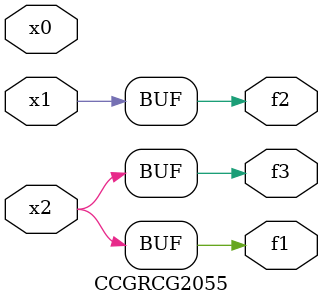
<source format=v>
module CCGRCG2055(
	input x0, x1, x2,
	output f1, f2, f3
);
	assign f1 = x2;
	assign f2 = x1;
	assign f3 = x2;
endmodule

</source>
